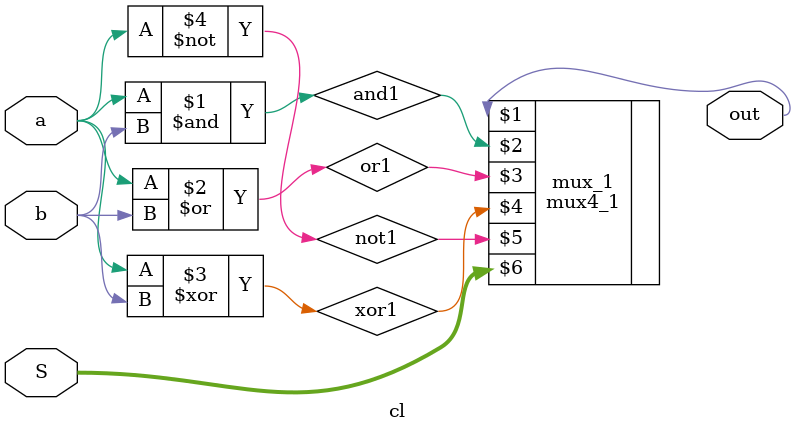
<source format=v>
module cl(output wire out, input wire a, b, input wire [1:0] S);
  wire and1,or1, xor1, not1;
  and and_1 (and1, a, b);
  or or_1 (or1, a , b);
  xor xor_1 (xor1, a, b);
  not not_1 (not1, a);
  mux4_1 mux_1 (out, and1,or1, xor1, not1, S);
endmodule
</source>
